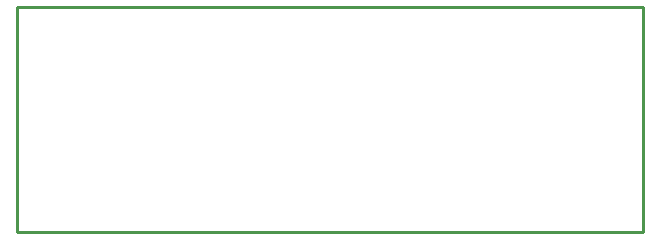
<source format=gbr>
%FSLAX25Y25*%
%MOIN*%
G70*
G01*
G75*
G04 Layer_Color=8388736*
G04:AMPARAMS|DCode=10|XSize=110.24mil|YSize=43.31mil|CornerRadius=2.17mil|HoleSize=0mil|Usage=FLASHONLY|Rotation=0.000|XOffset=0mil|YOffset=0mil|HoleType=Round|Shape=RoundedRectangle|*
%AMROUNDEDRECTD10*
21,1,0.11024,0.03898,0,0,0.0*
21,1,0.10591,0.04331,0,0,0.0*
1,1,0.00433,0.05295,-0.01949*
1,1,0.00433,-0.05295,-0.01949*
1,1,0.00433,-0.05295,0.01949*
1,1,0.00433,0.05295,0.01949*
%
%ADD10ROUNDEDRECTD10*%
G04:AMPARAMS|DCode=11|XSize=19.69mil|YSize=23.62mil|CornerRadius=8.86mil|HoleSize=0mil|Usage=FLASHONLY|Rotation=270.000|XOffset=0mil|YOffset=0mil|HoleType=Round|Shape=RoundedRectangle|*
%AMROUNDEDRECTD11*
21,1,0.01969,0.00591,0,0,270.0*
21,1,0.00197,0.02362,0,0,270.0*
1,1,0.01772,-0.00295,-0.00098*
1,1,0.01772,-0.00295,0.00098*
1,1,0.01772,0.00295,0.00098*
1,1,0.01772,0.00295,-0.00098*
%
%ADD11ROUNDEDRECTD11*%
G04:AMPARAMS|DCode=12|XSize=110.24mil|YSize=43.31mil|CornerRadius=2.17mil|HoleSize=0mil|Usage=FLASHONLY|Rotation=270.000|XOffset=0mil|YOffset=0mil|HoleType=Round|Shape=RoundedRectangle|*
%AMROUNDEDRECTD12*
21,1,0.11024,0.03898,0,0,270.0*
21,1,0.10591,0.04331,0,0,270.0*
1,1,0.00433,-0.01949,-0.05295*
1,1,0.00433,-0.01949,0.05295*
1,1,0.00433,0.01949,0.05295*
1,1,0.00433,0.01949,-0.05295*
%
%ADD12ROUNDEDRECTD12*%
G04:AMPARAMS|DCode=13|XSize=19.69mil|YSize=23.62mil|CornerRadius=8.86mil|HoleSize=0mil|Usage=FLASHONLY|Rotation=180.000|XOffset=0mil|YOffset=0mil|HoleType=Round|Shape=RoundedRectangle|*
%AMROUNDEDRECTD13*
21,1,0.01969,0.00591,0,0,180.0*
21,1,0.00197,0.02362,0,0,180.0*
1,1,0.01772,-0.00098,0.00295*
1,1,0.01772,0.00098,0.00295*
1,1,0.01772,0.00098,-0.00295*
1,1,0.01772,-0.00098,-0.00295*
%
%ADD13ROUNDEDRECTD13*%
G04:AMPARAMS|DCode=14|XSize=23.62mil|YSize=35.43mil|CornerRadius=5.91mil|HoleSize=0mil|Usage=FLASHONLY|Rotation=90.000|XOffset=0mil|YOffset=0mil|HoleType=Round|Shape=RoundedRectangle|*
%AMROUNDEDRECTD14*
21,1,0.02362,0.02362,0,0,90.0*
21,1,0.01181,0.03543,0,0,90.0*
1,1,0.01181,0.01181,0.00591*
1,1,0.01181,0.01181,-0.00591*
1,1,0.01181,-0.01181,-0.00591*
1,1,0.01181,-0.01181,0.00591*
%
%ADD14ROUNDEDRECTD14*%
%ADD15O,0.02165X0.06890*%
%ADD16O,0.06890X0.02165*%
G04:AMPARAMS|DCode=17|XSize=41.73mil|YSize=25.59mil|CornerRadius=6.4mil|HoleSize=0mil|Usage=FLASHONLY|Rotation=0.000|XOffset=0mil|YOffset=0mil|HoleType=Round|Shape=RoundedRectangle|*
%AMROUNDEDRECTD17*
21,1,0.04173,0.01280,0,0,0.0*
21,1,0.02894,0.02559,0,0,0.0*
1,1,0.01280,0.01447,-0.00640*
1,1,0.01280,-0.01447,-0.00640*
1,1,0.01280,-0.01447,0.00640*
1,1,0.01280,0.01447,0.00640*
%
%ADD17ROUNDEDRECTD17*%
G04:AMPARAMS|DCode=18|XSize=52mil|YSize=24mil|CornerRadius=6mil|HoleSize=0mil|Usage=FLASHONLY|Rotation=0.000|XOffset=0mil|YOffset=0mil|HoleType=Round|Shape=RoundedRectangle|*
%AMROUNDEDRECTD18*
21,1,0.05200,0.01200,0,0,0.0*
21,1,0.04000,0.02400,0,0,0.0*
1,1,0.01200,0.02000,-0.00600*
1,1,0.01200,-0.02000,-0.00600*
1,1,0.01200,-0.02000,0.00600*
1,1,0.01200,0.02000,0.00600*
%
%ADD18ROUNDEDRECTD18*%
%ADD19R,0.05000X0.02400*%
G04:AMPARAMS|DCode=20|XSize=25.59mil|YSize=39.37mil|CornerRadius=6.4mil|HoleSize=0mil|Usage=FLASHONLY|Rotation=180.000|XOffset=0mil|YOffset=0mil|HoleType=Round|Shape=RoundedRectangle|*
%AMROUNDEDRECTD20*
21,1,0.02559,0.02658,0,0,180.0*
21,1,0.01280,0.03937,0,0,180.0*
1,1,0.01280,-0.00640,0.01329*
1,1,0.01280,0.00640,0.01329*
1,1,0.01280,0.00640,-0.01329*
1,1,0.01280,-0.00640,-0.01329*
%
%ADD20ROUNDEDRECTD20*%
G04:AMPARAMS|DCode=21|XSize=21.65mil|YSize=39.37mil|CornerRadius=5.41mil|HoleSize=0mil|Usage=FLASHONLY|Rotation=180.000|XOffset=0mil|YOffset=0mil|HoleType=Round|Shape=RoundedRectangle|*
%AMROUNDEDRECTD21*
21,1,0.02165,0.02854,0,0,180.0*
21,1,0.01083,0.03937,0,0,180.0*
1,1,0.01083,-0.00541,0.01427*
1,1,0.01083,0.00541,0.01427*
1,1,0.01083,0.00541,-0.01427*
1,1,0.01083,-0.00541,-0.01427*
%
%ADD21ROUNDEDRECTD21*%
%ADD22C,0.00591*%
%ADD23C,0.01181*%
%ADD24C,0.03937*%
G04:AMPARAMS|DCode=25|XSize=59.06mil|YSize=59.06mil|CornerRadius=8.86mil|HoleSize=0mil|Usage=FLASHONLY|Rotation=270.000|XOffset=0mil|YOffset=0mil|HoleType=Round|Shape=RoundedRectangle|*
%AMROUNDEDRECTD25*
21,1,0.05906,0.04134,0,0,270.0*
21,1,0.04134,0.05906,0,0,270.0*
1,1,0.01772,-0.02067,-0.02067*
1,1,0.01772,-0.02067,0.02067*
1,1,0.01772,0.02067,0.02067*
1,1,0.01772,0.02067,-0.02067*
%
%ADD25ROUNDEDRECTD25*%
%ADD26C,0.05906*%
%ADD27C,0.05906*%
%ADD28R,0.05906X0.05906*%
G04:AMPARAMS|DCode=29|XSize=59.06mil|YSize=59.06mil|CornerRadius=14.76mil|HoleSize=0mil|Usage=FLASHONLY|Rotation=270.000|XOffset=0mil|YOffset=0mil|HoleType=Round|Shape=RoundedRectangle|*
%AMROUNDEDRECTD29*
21,1,0.05906,0.02953,0,0,270.0*
21,1,0.02953,0.05906,0,0,270.0*
1,1,0.02953,-0.01476,-0.01476*
1,1,0.02953,-0.01476,0.01476*
1,1,0.02953,0.01476,0.01476*
1,1,0.02953,0.01476,-0.01476*
%
%ADD29ROUNDEDRECTD29*%
%ADD30C,0.01575*%
G04:AMPARAMS|DCode=31|XSize=31.5mil|YSize=31.5mil|CornerRadius=3.15mil|HoleSize=0mil|Usage=FLASHONLY|Rotation=0.000|XOffset=0mil|YOffset=0mil|HoleType=Round|Shape=RoundedRectangle|*
%AMROUNDEDRECTD31*
21,1,0.03150,0.02520,0,0,0.0*
21,1,0.02520,0.03150,0,0,0.0*
1,1,0.00630,0.01260,-0.01260*
1,1,0.00630,-0.01260,-0.01260*
1,1,0.00630,-0.01260,0.01260*
1,1,0.00630,0.01260,0.01260*
%
%ADD31ROUNDEDRECTD31*%
G04:AMPARAMS|DCode=32|XSize=23.62mil|YSize=35.43mil|CornerRadius=5.91mil|HoleSize=0mil|Usage=FLASHONLY|Rotation=180.000|XOffset=0mil|YOffset=0mil|HoleType=Round|Shape=RoundedRectangle|*
%AMROUNDEDRECTD32*
21,1,0.02362,0.02362,0,0,180.0*
21,1,0.01181,0.03543,0,0,180.0*
1,1,0.01181,-0.00591,0.01181*
1,1,0.01181,0.00591,0.01181*
1,1,0.01181,0.00591,-0.01181*
1,1,0.01181,-0.00591,-0.01181*
%
%ADD32ROUNDEDRECTD32*%
%ADD33O,0.01181X0.07087*%
%ADD34O,0.07087X0.01181*%
%ADD35C,0.00984*%
%ADD36C,0.02362*%
%ADD37C,0.00400*%
%ADD38C,0.00394*%
%ADD39C,0.00787*%
%ADD40C,0.00800*%
%ADD41C,0.00500*%
G04:AMPARAMS|DCode=42|XSize=114.17mil|YSize=47.24mil|CornerRadius=2.36mil|HoleSize=0mil|Usage=FLASHONLY|Rotation=0.000|XOffset=0mil|YOffset=0mil|HoleType=Round|Shape=RoundedRectangle|*
%AMROUNDEDRECTD42*
21,1,0.11417,0.04252,0,0,0.0*
21,1,0.10945,0.04724,0,0,0.0*
1,1,0.00472,0.05472,-0.02126*
1,1,0.00472,-0.05472,-0.02126*
1,1,0.00472,-0.05472,0.02126*
1,1,0.00472,0.05472,0.02126*
%
%ADD42ROUNDEDRECTD42*%
G04:AMPARAMS|DCode=43|XSize=23.62mil|YSize=27.56mil|CornerRadius=10.63mil|HoleSize=0mil|Usage=FLASHONLY|Rotation=270.000|XOffset=0mil|YOffset=0mil|HoleType=Round|Shape=RoundedRectangle|*
%AMROUNDEDRECTD43*
21,1,0.02362,0.00630,0,0,270.0*
21,1,0.00236,0.02756,0,0,270.0*
1,1,0.02126,-0.00315,-0.00118*
1,1,0.02126,-0.00315,0.00118*
1,1,0.02126,0.00315,0.00118*
1,1,0.02126,0.00315,-0.00118*
%
%ADD43ROUNDEDRECTD43*%
G04:AMPARAMS|DCode=44|XSize=114.17mil|YSize=47.24mil|CornerRadius=2.36mil|HoleSize=0mil|Usage=FLASHONLY|Rotation=270.000|XOffset=0mil|YOffset=0mil|HoleType=Round|Shape=RoundedRectangle|*
%AMROUNDEDRECTD44*
21,1,0.11417,0.04252,0,0,270.0*
21,1,0.10945,0.04724,0,0,270.0*
1,1,0.00472,-0.02126,-0.05472*
1,1,0.00472,-0.02126,0.05472*
1,1,0.00472,0.02126,0.05472*
1,1,0.00472,0.02126,-0.05472*
%
%ADD44ROUNDEDRECTD44*%
G04:AMPARAMS|DCode=45|XSize=23.62mil|YSize=27.56mil|CornerRadius=10.63mil|HoleSize=0mil|Usage=FLASHONLY|Rotation=180.000|XOffset=0mil|YOffset=0mil|HoleType=Round|Shape=RoundedRectangle|*
%AMROUNDEDRECTD45*
21,1,0.02362,0.00630,0,0,180.0*
21,1,0.00236,0.02756,0,0,180.0*
1,1,0.02126,-0.00118,0.00315*
1,1,0.02126,0.00118,0.00315*
1,1,0.02126,0.00118,-0.00315*
1,1,0.02126,-0.00118,-0.00315*
%
%ADD45ROUNDEDRECTD45*%
G04:AMPARAMS|DCode=46|XSize=27.56mil|YSize=39.37mil|CornerRadius=6.89mil|HoleSize=0mil|Usage=FLASHONLY|Rotation=90.000|XOffset=0mil|YOffset=0mil|HoleType=Round|Shape=RoundedRectangle|*
%AMROUNDEDRECTD46*
21,1,0.02756,0.02559,0,0,90.0*
21,1,0.01378,0.03937,0,0,90.0*
1,1,0.01378,0.01280,0.00689*
1,1,0.01378,0.01280,-0.00689*
1,1,0.01378,-0.01280,-0.00689*
1,1,0.01378,-0.01280,0.00689*
%
%ADD46ROUNDEDRECTD46*%
%ADD47O,0.02559X0.07284*%
%ADD48O,0.07284X0.02559*%
G04:AMPARAMS|DCode=49|XSize=45.67mil|YSize=29.53mil|CornerRadius=7.38mil|HoleSize=0mil|Usage=FLASHONLY|Rotation=0.000|XOffset=0mil|YOffset=0mil|HoleType=Round|Shape=RoundedRectangle|*
%AMROUNDEDRECTD49*
21,1,0.04567,0.01476,0,0,0.0*
21,1,0.03091,0.02953,0,0,0.0*
1,1,0.01476,0.01545,-0.00738*
1,1,0.01476,-0.01545,-0.00738*
1,1,0.01476,-0.01545,0.00738*
1,1,0.01476,0.01545,0.00738*
%
%ADD49ROUNDEDRECTD49*%
G04:AMPARAMS|DCode=50|XSize=60mil|YSize=32mil|CornerRadius=8mil|HoleSize=0mil|Usage=FLASHONLY|Rotation=0.000|XOffset=0mil|YOffset=0mil|HoleType=Round|Shape=RoundedRectangle|*
%AMROUNDEDRECTD50*
21,1,0.06000,0.01600,0,0,0.0*
21,1,0.04400,0.03200,0,0,0.0*
1,1,0.01600,0.02200,-0.00800*
1,1,0.01600,-0.02200,-0.00800*
1,1,0.01600,-0.02200,0.00800*
1,1,0.01600,0.02200,0.00800*
%
%ADD50ROUNDEDRECTD50*%
%ADD51R,0.05800X0.03200*%
G04:AMPARAMS|DCode=52|XSize=29.53mil|YSize=43.31mil|CornerRadius=7.38mil|HoleSize=0mil|Usage=FLASHONLY|Rotation=180.000|XOffset=0mil|YOffset=0mil|HoleType=Round|Shape=RoundedRectangle|*
%AMROUNDEDRECTD52*
21,1,0.02953,0.02854,0,0,180.0*
21,1,0.01476,0.04331,0,0,180.0*
1,1,0.01476,-0.00738,0.01427*
1,1,0.01476,0.00738,0.01427*
1,1,0.01476,0.00738,-0.01427*
1,1,0.01476,-0.00738,-0.01427*
%
%ADD52ROUNDEDRECTD52*%
G04:AMPARAMS|DCode=53|XSize=25.59mil|YSize=43.31mil|CornerRadius=6.4mil|HoleSize=0mil|Usage=FLASHONLY|Rotation=180.000|XOffset=0mil|YOffset=0mil|HoleType=Round|Shape=RoundedRectangle|*
%AMROUNDEDRECTD53*
21,1,0.02559,0.03051,0,0,180.0*
21,1,0.01280,0.04331,0,0,180.0*
1,1,0.01280,-0.00640,0.01526*
1,1,0.01280,0.00640,0.01526*
1,1,0.01280,0.00640,-0.01526*
1,1,0.01280,-0.00640,-0.01526*
%
%ADD53ROUNDEDRECTD53*%
G04:AMPARAMS|DCode=54|XSize=62.99mil|YSize=62.99mil|CornerRadius=9.45mil|HoleSize=0mil|Usage=FLASHONLY|Rotation=270.000|XOffset=0mil|YOffset=0mil|HoleType=Round|Shape=RoundedRectangle|*
%AMROUNDEDRECTD54*
21,1,0.06299,0.04409,0,0,270.0*
21,1,0.04409,0.06299,0,0,270.0*
1,1,0.01890,-0.02205,-0.02205*
1,1,0.01890,-0.02205,0.02205*
1,1,0.01890,0.02205,0.02205*
1,1,0.01890,0.02205,-0.02205*
%
%ADD54ROUNDEDRECTD54*%
%ADD55C,0.06299*%
%ADD56C,0.06299*%
%ADD57R,0.06299X0.06299*%
G04:AMPARAMS|DCode=58|XSize=62.99mil|YSize=62.99mil|CornerRadius=15.75mil|HoleSize=0mil|Usage=FLASHONLY|Rotation=270.000|XOffset=0mil|YOffset=0mil|HoleType=Round|Shape=RoundedRectangle|*
%AMROUNDEDRECTD58*
21,1,0.06299,0.03150,0,0,270.0*
21,1,0.03150,0.06299,0,0,270.0*
1,1,0.03150,-0.01575,-0.01575*
1,1,0.03150,-0.01575,0.01575*
1,1,0.03150,0.01575,0.01575*
1,1,0.03150,0.01575,-0.01575*
%
%ADD58ROUNDEDRECTD58*%
G04:AMPARAMS|DCode=59|XSize=35.43mil|YSize=35.43mil|CornerRadius=3.54mil|HoleSize=0mil|Usage=FLASHONLY|Rotation=0.000|XOffset=0mil|YOffset=0mil|HoleType=Round|Shape=RoundedRectangle|*
%AMROUNDEDRECTD59*
21,1,0.03543,0.02835,0,0,0.0*
21,1,0.02835,0.03543,0,0,0.0*
1,1,0.00709,0.01417,-0.01417*
1,1,0.00709,-0.01417,-0.01417*
1,1,0.00709,-0.01417,0.01417*
1,1,0.00709,0.01417,0.01417*
%
%ADD59ROUNDEDRECTD59*%
G04:AMPARAMS|DCode=60|XSize=27.56mil|YSize=39.37mil|CornerRadius=6.89mil|HoleSize=0mil|Usage=FLASHONLY|Rotation=180.000|XOffset=0mil|YOffset=0mil|HoleType=Round|Shape=RoundedRectangle|*
%AMROUNDEDRECTD60*
21,1,0.02756,0.02559,0,0,180.0*
21,1,0.01378,0.03937,0,0,180.0*
1,1,0.01378,-0.00689,0.01280*
1,1,0.01378,0.00689,0.01280*
1,1,0.01378,0.00689,-0.01280*
1,1,0.01378,-0.00689,-0.01280*
%
%ADD60ROUNDEDRECTD60*%
%ADD61O,0.01575X0.07480*%
%ADD62O,0.07480X0.01575*%
%ADD63C,0.01000*%
D63*
X0Y0D02*
Y74803D01*
X208661D01*
Y0D02*
Y74803D01*
X0Y0D02*
X208661D01*
M02*

</source>
